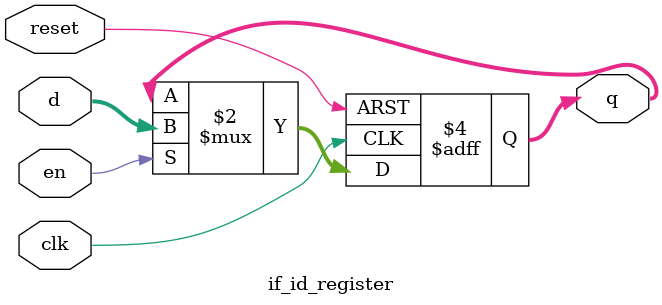
<source format=v>
`timescale 1ns/1ps

module if_id_register (
    input wire clk,
    input wire reset,
    input wire en,
    input wire [95:0] d,
    output reg [95:0] q
);
    
    always @(posedge clk or posedge reset) begin
        if (reset)
            q <= {96{1'b0}};
        else if (en)
            q <= d;
    end
    
endmodule

</source>
